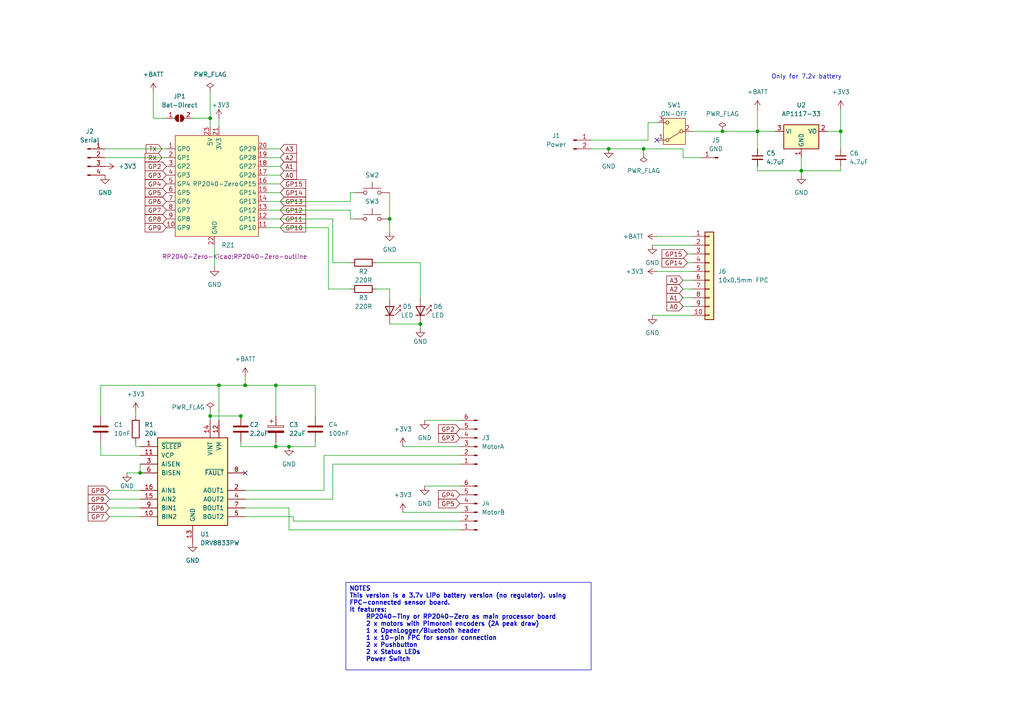
<source format=kicad_sch>
(kicad_sch (version 20231120) (generator "eeschema") (generator_version "8.0")
  (paper "A4")
  (lib_symbols
    (symbol "Connector:Conn_01x01_Pin" (pin_names (offset 1.016) hide)
      (property "Reference" "J" (at 0 2.54 0))
      (property "Value" "Conn_01x01_Pin" (at 0 -2.54 0))
      (symbol "Conn_01x01_Pin_1_1"
        (polyline (pts (xy 1.27 0) (xy 0.8636 0)) (stroke (width 0.1524)))
        (rectangle (start 0.8636 0.127) (end 0 -0.127) (stroke (width 0.1524)) (fill (type outline)))
        (pin passive line (at 5.08 0 180) (length 3.81) (name "Pin_1") (number "1"))
      )
    )
    (symbol "Connector:Conn_01x02_Pin" (pin_names (offset 1.016) hide)
      (property "Reference" "J" (at 0 2.54 0))
      (property "Value" "Conn_01x02_Pin" (at 0 -5.08 0))
      (symbol "Conn_01x02_Pin_1_1"
        (polyline (pts (xy 1.27 -2.54) (xy 0.8636 -2.54)) (stroke (width 0.1524)))
        (polyline (pts (xy 1.27 0) (xy 0.8636 0)) (stroke (width 0.1524)))
        (rectangle (start 0.8636 -2.413) (end 0 -2.667) (stroke (width 0.1524)) (fill (type outline)))
        (rectangle (start 0.8636 0.127) (end 0 -0.127) (stroke (width 0.1524)) (fill (type outline)))
        (pin passive line (at 5.08 0 180) (length 3.81) (name "Pin_1") (number "1"))
        (pin passive line (at 5.08 -2.54 180) (length 3.81) (name "Pin_2") (number "2"))
      )
    )
    (symbol "Connector:Conn_01x04_Pin" (pin_names (offset 1.016) hide)
      (property "Reference" "J" (at 0 5.08 0))
      (property "Value" "Conn_01x04_Pin" (at 0 -7.62 0))
      (symbol "Conn_01x04_Pin_1_1"
        (polyline (pts (xy 1.27 -5.08) (xy 0.8636 -5.08)) (stroke (width 0.1524)))
        (polyline (pts (xy 1.27 -2.54) (xy 0.8636 -2.54)) (stroke (width 0.1524)))
        (polyline (pts (xy 1.27 0) (xy 0.8636 0)) (stroke (width 0.1524)))
        (polyline (pts (xy 1.27 2.54) (xy 0.8636 2.54)) (stroke (width 0.1524)))
        (rectangle (start 0.8636 -4.953) (end 0 -5.207) (stroke (width 0.1524)) (fill (type outline)))
        (rectangle (start 0.8636 -2.413) (end 0 -2.667) (stroke (width 0.1524)) (fill (type outline)))
        (rectangle (start 0.8636 0.127) (end 0 -0.127) (stroke (width 0.1524)) (fill (type outline)))
        (rectangle (start 0.8636 2.667) (end 0 2.413) (stroke (width 0.1524)) (fill (type outline)))
        (pin passive line (at 5.08 2.54 180) (length 3.81) (name "Pin_1") (number "1"))
        (pin passive line (at 5.08 0 180) (length 3.81) (name "Pin_2") (number "2"))
        (pin passive line (at 5.08 -2.54 180) (length 3.81) (name "Pin_3") (number "3"))
        (pin passive line (at 5.08 -5.08 180) (length 3.81) (name "Pin_4") (number "4"))
      )
    )
    (symbol "Connector:Conn_01x06_Pin" (pin_names (offset 1.016) hide)
      (property "Reference" "J" (at 0 7.62 0))
      (property "Value" "Conn_01x06_Pin" (at 0 -10.16 0))
      (symbol "Conn_01x06_Pin_1_1"
        (polyline (pts (xy 1.27 -7.62) (xy 0.8636 -7.62)) (stroke (width 0.1524)))
        (polyline (pts (xy 1.27 -5.08) (xy 0.8636 -5.08)) (stroke (width 0.1524)))
        (polyline (pts (xy 1.27 -2.54) (xy 0.8636 -2.54)) (stroke (width 0.1524)))
        (polyline (pts (xy 1.27 0) (xy 0.8636 0)) (stroke (width 0.1524)))
        (polyline (pts (xy 1.27 2.54) (xy 0.8636 2.54)) (stroke (width 0.1524)))
        (polyline (pts (xy 1.27 5.08) (xy 0.8636 5.08)) (stroke (width 0.1524)))
        (rectangle (start 0.8636 -7.493) (end 0 -7.747) (stroke (width 0.1524)) (fill (type outline)))
        (rectangle (start 0.8636 -4.953) (end 0 -5.207) (stroke (width 0.1524)) (fill (type outline)))
        (rectangle (start 0.8636 -2.413) (end 0 -2.667) (stroke (width 0.1524)) (fill (type outline)))
        (rectangle (start 0.8636 0.127) (end 0 -0.127) (stroke (width 0.1524)) (fill (type outline)))
        (rectangle (start 0.8636 2.667) (end 0 2.413) (stroke (width 0.1524)) (fill (type outline)))
        (rectangle (start 0.8636 5.207) (end 0 4.953) (stroke (width 0.1524)) (fill (type outline)))
        (pin passive line (at 5.08 5.08 180) (length 3.81) (name "Pin_1") (number "1"))
        (pin passive line (at 5.08 2.54 180) (length 3.81) (name "Pin_2") (number "2"))
        (pin passive line (at 5.08 0 180) (length 3.81) (name "Pin_3") (number "3"))
        (pin passive line (at 5.08 -2.54 180) (length 3.81) (name "Pin_4") (number "4"))
        (pin passive line (at 5.08 -5.08 180) (length 3.81) (name "Pin_5") (number "5"))
        (pin passive line (at 5.08 -7.62 180) (length 3.81) (name "Pin_6") (number "6"))
      )
    )
    (symbol "Connector_Generic:Conn_01x10" (pin_names (offset 1.016) hide)
      (property "Reference" "J" (at 0 12.7 0))
      (property "Value" "Conn_01x10" (at 0 -15.24 0))
      (symbol "Conn_01x10_1_1"
        (rectangle (start -1.27 -12.573) (end 0 -12.827) (stroke (width 0.1524)))
        (rectangle (start -1.27 -10.033) (end 0 -10.287) (stroke (width 0.1524)))
        (rectangle (start -1.27 -7.493) (end 0 -7.747) (stroke (width 0.1524)))
        (rectangle (start -1.27 -4.953) (end 0 -5.207) (stroke (width 0.1524)))
        (rectangle (start -1.27 -2.413) (end 0 -2.667) (stroke (width 0.1524)))
        (rectangle (start -1.27 0.127) (end 0 -0.127) (stroke (width 0.1524)))
        (rectangle (start -1.27 2.667) (end 0 2.413) (stroke (width 0.1524)))
        (rectangle (start -1.27 5.207) (end 0 4.953) (stroke (width 0.1524)))
        (rectangle (start -1.27 7.747) (end 0 7.493) (stroke (width 0.1524)))
        (rectangle (start -1.27 10.287) (end 0 10.033) (stroke (width 0.1524)))
        (rectangle (start -1.27 11.43) (end 1.27 -13.97) (stroke (width 0.254)) (fill (type background)))
        (pin passive line (at -5.08 10.16 0) (length 3.81) (name "Pin_1") (number "1"))
        (pin passive line (at -5.08 -12.7 0) (length 3.81) (name "Pin_10") (number "10"))
        (pin passive line (at -5.08 7.62 0) (length 3.81) (name "Pin_2") (number "2"))
        (pin passive line (at -5.08 5.08 0) (length 3.81) (name "Pin_3") (number "3"))
        (pin passive line (at -5.08 2.54 0) (length 3.81) (name "Pin_4") (number "4"))
        (pin passive line (at -5.08 0 0) (length 3.81) (name "Pin_5") (number "5"))
        (pin passive line (at -5.08 -2.54 0) (length 3.81) (name "Pin_6") (number "6"))
        (pin passive line (at -5.08 -5.08 0) (length 3.81) (name "Pin_7") (number "7"))
        (pin passive line (at -5.08 -7.62 0) (length 3.81) (name "Pin_8") (number "8"))
        (pin passive line (at -5.08 -10.16 0) (length 3.81) (name "Pin_9") (number "9"))
      )
    )
    (symbol "Device:C" (pin_numbers hide) (pin_names (offset 0.254))
      (property "Reference" "C" (at 0.635 2.54 0))
      (property "Value" "C" (at 0.635 -2.54 0))
      (symbol "C_0_1"
        (polyline (pts (xy -2.032 -0.762) (xy 2.032 -0.762)) (stroke (width 0.508)))
        (polyline (pts (xy -2.032 0.762) (xy 2.032 0.762)) (stroke (width 0.508)))
      )
      (symbol "C_1_1"
        (pin passive line (at 0 3.81 270) (length 2.794) (name "~") (number "1"))
        (pin passive line (at 0 -3.81 90) (length 2.794) (name "~") (number "2"))
      )
    )
    (symbol "Device:C_Polarized" (pin_numbers hide) (pin_names (offset 0.254))
      (property "Reference" "C" (at 0.635 2.54 0))
      (property "Value" "C_Polarized" (at 0.635 -2.54 0))
      (symbol "C_Polarized_0_1"
        (rectangle (start -2.286 0.508) (end 2.286 1.016))
        (polyline (pts (xy -1.778 2.286) (xy -0.762 2.286)))
        (polyline (pts (xy -1.27 2.794) (xy -1.27 1.778)))
        (rectangle (start 2.286 -0.508) (end -2.286 -1.016) (fill (type outline)))
      )
      (symbol "C_Polarized_1_1"
        (pin passive line (at 0 3.81 270) (length 2.794) (name "~") (number "1"))
        (pin passive line (at 0 -3.81 90) (length 2.794) (name "~") (number "2"))
      )
    )
    (symbol "Device:C_Small" (pin_numbers hide) (pin_names (offset 0.254) hide)
      (property "Reference" "C" (at 0.254 1.778 0))
      (property "Value" "C_Small" (at 0.254 -2.032 0))
      (symbol "C_Small_0_1"
        (polyline (pts (xy -1.524 -0.508) (xy 1.524 -0.508)) (stroke (width 0.3302)))
        (polyline (pts (xy -1.524 0.508) (xy 1.524 0.508)) (stroke (width 0.3048)))
      )
      (symbol "C_Small_1_1"
        (pin passive line (at 0 2.54 270) (length 2.032) (name "~") (number "1"))
        (pin passive line (at 0 -2.54 90) (length 2.032) (name "~") (number "2"))
      )
    )
    (symbol "Device:R" (pin_numbers hide) (pin_names (offset 0))
      (property "Reference" "R" (at 2.032 0 90))
      (property "Value" "R" (at 0 0 90))
      (symbol "R_0_1"
        (rectangle (start -1.016 -2.54) (end 1.016 2.54) (stroke (width 0.254)))
      )
      (symbol "R_1_1"
        (pin passive line (at 0 3.81 270) (length 1.27) (name "~") (number "1"))
        (pin passive line (at 0 -3.81 90) (length 1.27) (name "~") (number "2"))
      )
    )
    (symbol "Driver_Motor:DRV8833PWP" (pin_names (offset 1.016))
      (property "Reference" "U" (at -3.81 16.51 0))
      (property "Value" "DRV8833PWP" (at -3.81 13.97 0))
      (symbol "DRV8833PWP_0_1"
        (rectangle (start -10.16 12.7) (end 10.16 -12.7) (stroke (width 0.254)) (fill (type background)))
      )
      (symbol "DRV8833PWP_1_1"
        (pin input line (at -15.24 10.16 0) (length 5.08) (name "~{SLEEP}") (number "1"))
        (pin input line (at -15.24 -10.16 0) (length 5.08) (name "BIN2") (number "10"))
        (pin bidirectional line (at -15.24 7.62 0) (length 5.08) (name "VCP") (number "11"))
        (pin power_in line (at 7.62 17.78 270) (length 5.08) (name "VM") (number "12"))
        (pin power_in line (at 0 -17.78 90) (length 5.08) (name "GND") (number "13"))
        (pin power_in line (at 5.08 17.78 270) (length 5.08) (name "VINT") (number "14"))
        (pin input line (at -15.24 -5.08 0) (length 5.08) (name "AIN2") (number "15"))
        (pin input line (at -15.24 -2.54 0) (length 5.08) (name "AIN1") (number "16"))
        (pin passive line (at 0 -17.78 90) (length 5.08) hide (name "GND") (number "17"))
        (pin power_out line (at 15.24 -2.54 180) (length 5.08) (name "AOUT1") (number "2"))
        (pin bidirectional line (at -15.24 5.08 0) (length 5.08) (name "AISEN") (number "3"))
        (pin power_out line (at 15.24 -5.08 180) (length 5.08) (name "AOUT2") (number "4"))
        (pin power_out line (at 15.24 -10.16 180) (length 5.08) (name "BOUT2") (number "5"))
        (pin bidirectional line (at -15.24 2.54 0) (length 5.08) (name "BISEN") (number "6"))
        (pin power_out line (at 15.24 -7.62 180) (length 5.08) (name "BOUT1") (number "7"))
        (pin open_collector line (at 15.24 2.54 180) (length 5.08) (name "~{FAULT}") (number "8"))
        (pin input line (at -15.24 -7.62 0) (length 5.08) (name "BIN1") (number "9"))
      )
    )
    (symbol "Jumper:SolderJumper_2_Open" (pin_names (offset 0) hide)
      (property "Reference" "JP" (at 0 2.032 0))
      (property "Value" "SolderJumper_2_Open" (at 0 -2.54 0))
      (symbol "SolderJumper_2_Open_0_1"
        (arc (start -0.254 1.016) (mid -1.2655 0) (end -0.254 -1.016))
        (arc (start -0.254 1.016) (mid -1.2655 0) (end -0.254 -1.016) (fill (type outline)))
        (polyline (pts (xy -0.254 1.016) (xy -0.254 -1.016)))
        (polyline (pts (xy 0.254 1.016) (xy 0.254 -1.016)))
        (arc (start 0.254 -1.016) (mid 1.2655 0) (end 0.254 1.016))
        (arc (start 0.254 -1.016) (mid 1.2655 0) (end 0.254 1.016) (fill (type outline)))
      )
      (symbol "SolderJumper_2_Open_1_1"
        (pin passive line (at -3.81 0 0) (length 2.54) (name "A") (number "1"))
        (pin passive line (at 3.81 0 180) (length 2.54) (name "B") (number "2"))
      )
    )
    (symbol "LED:SFH4346" (pin_numbers hide) (pin_names (offset 1.016) hide)
      (property "Reference" "D" (at 0.508 1.778 0))
      (property "Value" "SFH4346" (at -1.016 -2.794 0))
      (symbol "SFH4346_0_1"
        (polyline (pts (xy -2.54 1.27) (xy -2.54 -1.27)) (stroke (width 0.254)))
        (polyline (pts (xy 0 0) (xy -2.54 0)))
        (polyline (pts (xy 0.381 3.175) (xy -0.127 3.175)))
        (polyline (pts (xy -1.143 1.651) (xy 0.381 3.175) (xy 0.381 2.667)))
        (polyline (pts (xy 0 1.27) (xy -2.54 0) (xy 0 -1.27) (xy 0 1.27)) (stroke (width 0.254)))
        (polyline (pts (xy -2.413 1.651) (xy -0.889 3.175) (xy -0.889 2.667) (xy -0.889 3.175) (xy -1.397 3.175)))
      )
      (symbol "SFH4346_1_1"
        (pin passive line (at -5.08 0 0) (length 2.54) (name "K") (number "1"))
        (pin passive line (at 2.54 0 180) (length 2.54) (name "A") (number "2"))
      )
    )
    (symbol "Regulator_Linear:AP1117-33"
      (property "Reference" "U" (at -3.81 3.175 0))
      (property "Value" "AP1117-33" (at 0 3.175 0))
      (symbol "AP1117-33_0_1"
        (rectangle (start -5.08 -5.08) (end 5.08 1.905) (stroke (width 0.254)) (fill (type background)))
      )
      (symbol "AP1117-33_1_1"
        (pin power_in line (at 0 -7.62 90) (length 2.54) (name "GND") (number "1"))
        (pin power_out line (at 7.62 0 180) (length 2.54) (name "VO") (number "2"))
        (pin power_in line (at -7.62 0 0) (length 2.54) (name "VI") (number "3"))
      )
    )
    (symbol "Switch:SW_Push" (pin_numbers hide) (pin_names (offset 1.016) hide)
      (property "Reference" "SW" (at 1.27 2.54 0))
      (property "Value" "SW_Push" (at 0 -1.524 0))
      (symbol "SW_Push_0_1"
        (circle (center -2.032 0) (radius 0.508))
        (polyline (pts (xy 0 1.27) (xy 0 3.048)))
        (polyline (pts (xy 2.54 1.27) (xy -2.54 1.27)))
        (circle (center 2.032 0) (radius 0.508))
        (pin passive line (at -5.08 0 0) (length 2.54) (name "1") (number "1"))
        (pin passive line (at 5.08 0 180) (length 2.54) (name "2") (number "2"))
      )
    )
    (symbol "Switch:SW_SPDT" (pin_names (offset 0) hide)
      (property "Reference" "SW" (at 0 5.08 0))
      (property "Value" "SW_SPDT" (at 0 -5.08 0))
      (symbol "SW_SPDT_0_1"
        (circle (center -2.032 0) (radius 0.4572))
        (polyline (pts (xy -1.651 0.254) (xy 1.651 2.286)))
        (circle (center 2.032 -2.54) (radius 0.4572))
        (circle (center 2.032 2.54) (radius 0.4572))
      )
      (symbol "SW_SPDT_1_1"
        (rectangle (start -3.175 3.81) (end 3.175 -3.81) (fill (type background)))
        (pin passive line (at 5.08 2.54 180) (length 2.54) (name "A") (number "1"))
        (pin passive line (at -5.08 0 0) (length 2.54) (name "B") (number "2"))
        (pin passive line (at 5.08 -2.54 180) (length 2.54) (name "C") (number "3"))
      )
    )
    (symbol "power:+3.3V" (power) (pin_numbers hide) (pin_names (offset 0) hide)
      (property "Value" "+3.3V" (at 0 3.556 0))
      (symbol "+3.3V_0_1"
        (polyline (pts (xy -0.762 1.27) (xy 0 2.54)))
        (polyline (pts (xy 0 0) (xy 0 2.54)))
        (polyline (pts (xy 0 2.54) (xy 0.762 1.27)))
      )
      (symbol "+3.3V_1_1"
        (pin power_in line (at 0 0 90) (length 0) (name "~") (number "1"))
      )
    )
    (symbol "power:+3V3" (power) (pin_numbers hide) (pin_names (offset 0) hide)
      (property "Value" "+3V3" (at 0 3.556 0))
      (symbol "+3V3_0_1"
        (polyline (pts (xy -0.762 1.27) (xy 0 2.54)))
        (polyline (pts (xy 0 0) (xy 0 2.54)))
        (polyline (pts (xy 0 2.54) (xy 0.762 1.27)))
      )
      (symbol "+3V3_1_1"
        (pin power_in line (at 0 0 90) (length 0) (name "~") (number "1"))
      )
    )
    (symbol "power:+BATT" (power) (pin_numbers hide) (pin_names (offset 0) hide)
      (property "Value" "+BATT" (at 0 3.556 0))
      (symbol "+BATT_0_1"
        (polyline (pts (xy -0.762 1.27) (xy 0 2.54)))
        (polyline (pts (xy 0 0) (xy 0 2.54)))
        (polyline (pts (xy 0 2.54) (xy 0.762 1.27)))
      )
      (symbol "+BATT_1_1"
        (pin power_in line (at 0 0 90) (length 0) (name "~") (number "1"))
      )
    )
    (symbol "power:GND" (power) (pin_numbers hide) (pin_names (offset 0) hide)
      (property "Value" "GND" (at 0 -3.81 0))
      (symbol "GND_0_1"
        (polyline (pts (xy 0 0) (xy 0 -1.27) (xy 1.27 -1.27) (xy 0 -2.54) (xy -1.27 -1.27) (xy 0 -1.27)))
      )
      (symbol "GND_1_1"
        (pin power_in line (at 0 0 270) (length 0) (name "~") (number "1"))
      )
    )
    (symbol "power:PWR_FLAG" (power) (pin_numbers hide) (pin_names (offset 0) hide)
      (property "Value" "PWR_FLAG" (at 0 3.81 0))
      (symbol "PWR_FLAG_0_0"
        (pin power_out line (at 0 0 90) (length 0) (name "~") (number "1"))
      )
      (symbol "PWR_FLAG_0_1"
        (polyline (pts (xy 0 0) (xy 0 1.27) (xy -1.016 1.905) (xy 0 2.54) (xy 1.016 1.905) (xy 0 1.27)))
      )
    )
    (symbol "rp2040-zero:RP2040-Zero"
      (property "Reference" "RZ" (at 0 0 0))
      (property "Value" "RP2040-Zero" (at 0 -2.54 0))
      (property "Footprint" "RP2040-Zero:RP2040-Zero" (at 0 0 0))
      (symbol "RP2040-Zero_0_1"
        (rectangle (start -11.43 -15.24) (end 12.7 13.97) (fill (type background)))
      )
      (symbol "RP2040-Zero_1_1"
        (pin bidirectional line (at -13.97 10.16 0) (length 2.54) (name "GP0") (number "1"))
        (pin bidirectional line (at -13.97 -12.7 0) (length 2.54) (name "GP9") (number "10"))
        (pin bidirectional line (at 15.24 -12.7 180) (length 2.54) (name "GP10") (number "11"))
        (pin bidirectional line (at 15.24 -10.16 180) (length 2.54) (name "GP11") (number "12"))
        (pin bidirectional line (at 15.24 -7.62 180) (length 2.54) (name "GP12") (number "13"))
        (pin bidirectional line (at 15.24 -5.08 180) (length 2.54) (name "GP13") (number "14"))
        (pin bidirectional line (at 15.24 -2.54 180) (length 2.54) (name "GP14") (number "15"))
        (pin bidirectional line (at 15.24 0 180) (length 2.54) (name "GP15") (number "16"))
        (pin bidirectional line (at 15.24 2.54 180) (length 2.54) (name "GP26") (number "17"))
        (pin bidirectional line (at 15.24 5.08 180) (length 2.54) (name "GP27") (number "18"))
        (pin bidirectional line (at 15.24 7.62 180) (length 2.54) (name "GP28") (number "19"))
        (pin bidirectional line (at -13.97 7.62 0) (length 2.54) (name "GP1") (number "2"))
        (pin bidirectional line (at 15.24 10.16 180) (length 2.54) (name "GP29") (number "20"))
        (pin power_in line (at 1.27 16.51 270) (length 2.54) (name "3V3") (number "21"))
        (pin power_in line (at 0 -17.78 90) (length 2.54) (name "GND") (number "22"))
        (pin power_in line (at -1.27 16.51 270) (length 2.54) (name "5V") (number "23"))
        (pin bidirectional line (at -13.97 5.08 0) (length 2.54) (name "GP2") (number "3"))
        (pin bidirectional line (at -13.97 2.54 0) (length 2.54) (name "GP3") (number "4"))
        (pin bidirectional line (at -13.97 0 0) (length 2.54) (name "GP4") (number "5"))
        (pin bidirectional line (at -13.97 -2.54 0) (length 2.54) (name "GP5") (number "6"))
        (pin bidirectional line (at -13.97 -5.08 0) (length 2.54) (name "GP6") (number "7"))
        (pin bidirectional line (at -13.97 -7.62 0) (length 2.54) (name "GP7") (number "8"))
        (pin bidirectional line (at -13.97 -10.16 0) (length 2.54) (name "GP8") (number "9"))
      )
    )
  )
  (junction (at 176.53 43.18))
  (junction (at 186.69 43.18))
  (junction (at 80.01 111.76))
  (junction (at 60.96 120.65))
  (junction (at 219.71 38.1))
  (junction (at 80.01 129.54))
  (junction (at 60.96 34.29))
  (junction (at 113.03 63.5))
  (junction (at 121.92 93.98))
  (junction (at 71.12 111.76))
  (junction (at 232.41 49.53))
  (junction (at 209.55 38.1))
  (junction (at 243.84 38.1))
  (junction (at 83.82 129.54))
  (junction (at 63.5 111.76))
  (junction (at 69.85 120.65))
  (junction (at 40.64 137.16))
  (no_connect (at 190.5 40.64))
  (no_connect (at 71.12 137.16))
  (wire (pts (xy 60.96 26.67) (xy 60.96 34.29)))
  (wire (pts (xy 198.12 45.72) (xy 203.2 45.72)))
  (wire (pts (xy 189.23 71.12) (xy 200.66 71.12)))
  (wire (pts (xy 44.45 26.67) (xy 44.45 34.29)))
  (wire (pts (xy 95.25 66.04) (xy 95.25 83.82)))
  (wire (pts (xy 93.98 142.24) (xy 71.12 142.24)))
  (wire (pts (xy 63.5 111.76) (xy 63.5 121.92)))
  (wire (pts (xy 190.5 68.58) (xy 200.66 68.58)))
  (wire (pts (xy 113.03 55.88) (xy 113.03 63.5)))
  (wire (pts (xy 39.37 119.38) (xy 39.37 120.65)))
  (wire (pts (xy 77.47 55.88) (xy 81.28 55.88)))
  (wire (pts (xy 96.52 144.78) (xy 96.52 134.62)))
  (wire (pts (xy 219.71 31.75) (xy 219.71 38.1)))
  (wire (pts (xy 83.82 129.54) (xy 91.44 129.54)))
  (wire (pts (xy 243.84 31.75) (xy 243.84 38.1)))
  (wire (pts (xy 29.21 132.08) (xy 40.64 132.08)))
  (wire (pts (xy 44.45 34.29) (xy 48.26 34.29)))
  (wire (pts (xy 80.01 129.54) (xy 83.82 129.54)))
  (wire (pts (xy 199.39 76.2) (xy 200.66 76.2)))
  (wire (pts (xy 232.41 49.53) (xy 243.84 49.53)))
  (wire (pts (xy 232.41 50.8) (xy 232.41 49.53)))
  (wire (pts (xy 186.69 43.18) (xy 198.12 43.18)))
  (wire (pts (xy 123.19 140.97) (xy 133.35 140.97)))
  (wire (pts (xy 80.01 111.76) (xy 91.44 111.76)))
  (wire (pts (xy 62.23 77.47) (xy 62.23 71.12)))
  (wire (pts (xy 187.96 35.56) (xy 190.5 35.56)))
  (wire (pts (xy 101.6 63.5) (xy 101.6 60.96)))
  (wire (pts (xy 71.12 111.76) (xy 80.01 111.76)))
  (wire (pts (xy 243.84 48.26) (xy 243.84 49.53)))
  (wire (pts (xy 93.98 132.08) (xy 93.98 142.24)))
  (wire (pts (xy 209.55 38.1) (xy 219.71 38.1)))
  (wire (pts (xy 199.39 73.66) (xy 200.66 73.66)))
  (wire (pts (xy 63.5 34.29) (xy 63.5 36.83)))
  (wire (pts (xy 69.85 128.27) (xy 69.85 129.54)))
  (wire (pts (xy 198.12 88.9) (xy 200.66 88.9)))
  (wire (pts (xy 101.6 60.96) (xy 77.47 60.96)))
  (wire (pts (xy 219.71 38.1) (xy 219.71 43.18)))
  (wire (pts (xy 95.25 66.04) (xy 77.47 66.04)))
  (wire (pts (xy 113.03 93.98) (xy 121.92 93.98)))
  (wire (pts (xy 60.96 120.65) (xy 60.96 121.92)))
  (wire (pts (xy 29.21 128.27) (xy 29.21 132.08)))
  (wire (pts (xy 101.6 55.88) (xy 101.6 58.42)))
  (wire (pts (xy 69.85 120.65) (xy 60.96 120.65)))
  (wire (pts (xy 113.03 63.5) (xy 113.03 67.31)))
  (wire (pts (xy 71.12 109.22) (xy 71.12 111.76)))
  (wire (pts (xy 176.53 43.18) (xy 186.69 43.18)))
  (wire (pts (xy 83.82 147.32) (xy 83.82 153.67)))
  (wire (pts (xy 109.22 83.82) (xy 113.03 83.82)))
  (wire (pts (xy 80.01 111.76) (xy 80.01 120.65)))
  (wire (pts (xy 198.12 86.36) (xy 200.66 86.36)))
  (wire (pts (xy 30.48 43.18) (xy 48.26 43.18)))
  (wire (pts (xy 91.44 111.76) (xy 91.44 120.65)))
  (wire (pts (xy 121.92 93.98) (xy 121.92 95.25)))
  (wire (pts (xy 63.5 111.76) (xy 71.12 111.76)))
  (wire (pts (xy 69.85 120.65) (xy 69.85 121.92)))
  (wire (pts (xy 80.01 128.27) (xy 80.01 129.54)))
  (wire (pts (xy 30.48 45.72) (xy 48.26 45.72)))
  (wire (pts (xy 116.84 129.54) (xy 133.35 129.54)))
  (wire (pts (xy 71.12 147.32) (xy 83.82 147.32)))
  (wire (pts (xy 96.52 63.5) (xy 96.52 76.2)))
  (wire (pts (xy 55.88 34.29) (xy 60.96 34.29)))
  (wire (pts (xy 190.5 78.74) (xy 200.66 78.74)))
  (wire (pts (xy 29.21 111.76) (xy 63.5 111.76)))
  (wire (pts (xy 101.6 58.42) (xy 77.47 58.42)))
  (wire (pts (xy 77.47 45.72) (xy 81.28 45.72)))
  (wire (pts (xy 95.25 83.82) (xy 101.6 83.82)))
  (wire (pts (xy 60.96 34.29) (xy 60.96 36.83)))
  (wire (pts (xy 36.83 137.16) (xy 40.64 137.16)))
  (wire (pts (xy 85.09 151.13) (xy 133.35 151.13)))
  (wire (pts (xy 77.47 43.18) (xy 81.28 43.18)))
  (wire (pts (xy 198.12 83.82) (xy 200.66 83.82)))
  (wire (pts (xy 93.98 132.08) (xy 133.35 132.08)))
  (wire (pts (xy 116.84 148.59) (xy 133.35 148.59)))
  (wire (pts (xy 198.12 81.28) (xy 200.66 81.28)))
  (wire (pts (xy 113.03 83.82) (xy 113.03 86.36)))
  (wire (pts (xy 77.47 50.8) (xy 81.28 50.8)))
  (wire (pts (xy 31.75 142.24) (xy 40.64 142.24)))
  (wire (pts (xy 123.19 121.92) (xy 133.35 121.92)))
  (wire (pts (xy 96.52 76.2) (xy 101.6 76.2)))
  (wire (pts (xy 69.85 129.54) (xy 80.01 129.54)))
  (wire (pts (xy 219.71 49.53) (xy 232.41 49.53)))
  (wire (pts (xy 77.47 48.26) (xy 81.28 48.26)))
  (wire (pts (xy 60.96 120.65) (xy 60.96 119.38)))
  (wire (pts (xy 240.03 38.1) (xy 243.84 38.1)))
  (wire (pts (xy 31.75 144.78) (xy 40.64 144.78)))
  (wire (pts (xy 101.6 63.5) (xy 102.87 63.5)))
  (wire (pts (xy 101.6 55.88) (xy 102.87 55.88)))
  (wire (pts (xy 39.37 129.54) (xy 40.64 129.54)))
  (wire (pts (xy 85.09 151.13) (xy 85.09 149.86)))
  (wire (pts (xy 29.21 120.65) (xy 29.21 111.76)))
  (wire (pts (xy 186.69 43.18) (xy 186.69 44.45)))
  (wire (pts (xy 83.82 153.67) (xy 133.35 153.67)))
  (wire (pts (xy 219.71 38.1) (xy 224.79 38.1)))
  (wire (pts (xy 40.64 134.62) (xy 40.64 137.16)))
  (wire (pts (xy 171.45 40.64) (xy 187.96 40.64)))
  (wire (pts (xy 198.12 43.18) (xy 198.12 45.72)))
  (wire (pts (xy 71.12 144.78) (xy 96.52 144.78)))
  (wire (pts (xy 39.37 128.27) (xy 39.37 129.54)))
  (wire (pts (xy 176.53 43.18) (xy 171.45 43.18)))
  (wire (pts (xy 31.75 149.86) (xy 40.64 149.86)))
  (wire (pts (xy 91.44 129.54) (xy 91.44 128.27)))
  (wire (pts (xy 96.52 63.5) (xy 77.47 63.5)))
  (wire (pts (xy 243.84 38.1) (xy 243.84 43.18)))
  (wire (pts (xy 96.52 134.62) (xy 133.35 134.62)))
  (wire (pts (xy 189.23 91.44) (xy 200.66 91.44)))
  (wire (pts (xy 85.09 149.86) (xy 71.12 149.86)))
  (wire (pts (xy 219.71 48.26) (xy 219.71 49.53)))
  (wire (pts (xy 77.47 53.34) (xy 81.28 53.34)))
  (wire (pts (xy 109.22 76.2) (xy 121.92 76.2)))
  (wire (pts (xy 200.66 38.1) (xy 209.55 38.1)))
  (wire (pts (xy 187.96 40.64) (xy 187.96 35.56)))
  (wire (pts (xy 121.92 76.2) (xy 121.92 86.36)))
  (wire (pts (xy 31.75 147.32) (xy 40.64 147.32)))
  (wire (pts (xy 232.41 45.72) (xy 232.41 49.53)))
  (text_box "NOTES\nThis version is a 3.7v LiPo battery version (no regulator). using FPC-connected sensor board.\nIt features: \n	RP2040-Tiny or RP2040-Zero as main processor board\n	2 x motors with Pimoroni encoders (2A peak draw)\n	1 x OpenLogger/Bluetooth header\n	1 x 10-pin FPC for sensor connection\n	2 x Pushbutton\n	2 x Status LEDs\n	Power Switch" (exclude_from_sim yes) (at 100.33 168.91 0) (size 71.12 25.4) (effects (font (size 1.27 1.27) (thickness 0.254) (bold yes)) (justify left top)))
  (text "Only for 7.2v battery" (at 233.934 22.352 0) (effects (font (size 1.27 1.27))))
  (global_label "GP5" (shape input) (at 133.35 146.05 180) (property "Intersheetrefs" "${INTERSHEET_REFS}" (effects (hide yes))))
  (global_label "GP5" (shape input) (at 48.26 55.88 180) (property "Intersheetrefs" "${INTERSHEET_REFS}" (effects (hide yes))))
  (global_label "GP6" (shape input) (at 48.26 58.42 180) (property "Intersheetrefs" "${INTERSHEET_REFS}" (effects (hide yes))))
  (global_label "GP4" (shape input) (at 48.26 53.34 180) (property "Intersheetrefs" "${INTERSHEET_REFS}" (effects (hide yes))))
  (global_label "RX" (shape input) (at 46.99 45.72 180) (property "Intersheetrefs" "${INTERSHEET_REFS}" (effects (hide yes))))
  (global_label "A2" (shape input) (at 81.28 45.72 0) (property "Intersheetrefs" "${INTERSHEET_REFS}" (effects (hide yes))))
  (global_label "A0" (shape input) (at 81.28 50.8 0) (property "Intersheetrefs" "${INTERSHEET_REFS}" (effects (hide yes))))
  (global_label "GP15" (shape input) (at 81.28 53.34 0) (property "Intersheetrefs" "${INTERSHEET_REFS}" (effects (hide yes))))
  (global_label "GP11" (shape input) (at 81.28 63.5 0) (property "Intersheetrefs" "${INTERSHEET_REFS}" (effects (hide yes))))
  (global_label "A2" (shape input) (at 198.12 83.82 180) (property "Intersheetrefs" "${INTERSHEET_REFS}" (effects (hide yes))))
  (global_label "A1" (shape input) (at 198.12 86.36 180) (property "Intersheetrefs" "${INTERSHEET_REFS}" (effects (hide yes))))
  (global_label "GP2" (shape input) (at 133.35 124.46 180) (property "Intersheetrefs" "${INTERSHEET_REFS}" (effects (hide yes))))
  (global_label "GP2" (shape input) (at 48.26 48.26 180) (property "Intersheetrefs" "${INTERSHEET_REFS}" (effects (hide yes))))
  (global_label "GP14" (shape input) (at 81.28 55.88 0) (property "Intersheetrefs" "${INTERSHEET_REFS}" (effects (hide yes))))
  (global_label "GP9" (shape input) (at 31.75 144.78 180) (property "Intersheetrefs" "${INTERSHEET_REFS}" (effects (hide yes))))
  (global_label "GP3" (shape input) (at 133.35 127 180) (property "Intersheetrefs" "${INTERSHEET_REFS}" (effects (hide yes))))
  (global_label "GP9" (shape input) (at 48.26 66.04 180) (property "Intersheetrefs" "${INTERSHEET_REFS}" (effects (hide yes))))
  (global_label "TX" (shape input) (at 46.99 43.18 180) (property "Intersheetrefs" "${INTERSHEET_REFS}" (effects (hide yes))))
  (global_label "A3" (shape input) (at 81.28 43.18 0) (property "Intersheetrefs" "${INTERSHEET_REFS}" (effects (hide yes))))
  (global_label "GP12" (shape input) (at 81.28 60.96 0) (property "Intersheetrefs" "${INTERSHEET_REFS}" (effects (hide yes))))
  (global_label "A1" (shape input) (at 81.28 48.26 0) (property "Intersheetrefs" "${INTERSHEET_REFS}" (effects (hide yes))))
  (global_label "GP13" (shape input) (at 81.28 58.42 0) (property "Intersheetrefs" "${INTERSHEET_REFS}" (effects (hide yes))))
  (global_label "GP7" (shape input) (at 48.26 60.96 180) (property "Intersheetrefs" "${INTERSHEET_REFS}" (effects (hide yes))))
  (global_label "GP6" (shape input) (at 31.75 147.32 180) (property "Intersheetrefs" "${INTERSHEET_REFS}" (effects (hide yes))))
  (global_label "GP7" (shape input) (at 31.75 149.86 180) (property "Intersheetrefs" "${INTERSHEET_REFS}" (effects (hide yes))))
  (global_label "GP10" (shape input) (at 81.28 66.04 0) (property "Intersheetrefs" "${INTERSHEET_REFS}" (effects (hide yes))))
  (global_label "GP8" (shape input) (at 48.26 63.5 180) (property "Intersheetrefs" "${INTERSHEET_REFS}" (effects (hide yes))))
  (global_label "A0" (shape input) (at 198.12 88.9 180) (property "Intersheetrefs" "${INTERSHEET_REFS}" (effects (hide yes))))
  (global_label "GP8" (shape input) (at 31.75 142.24 180) (property "Intersheetrefs" "${INTERSHEET_REFS}" (effects (hide yes))))
  (global_label "GP15" (shape input) (at 199.39 73.66 180) (property "Intersheetrefs" "${INTERSHEET_REFS}" (effects (hide yes))))
  (global_label "GP14" (shape input) (at 199.39 76.2 180) (property "Intersheetrefs" "${INTERSHEET_REFS}" (effects (hide yes))))
  (global_label "GP4" (shape input) (at 133.35 143.51 180) (property "Intersheetrefs" "${INTERSHEET_REFS}" (effects (hide yes))))
  (global_label "GP3" (shape input) (at 48.26 50.8 180) (property "Intersheetrefs" "${INTERSHEET_REFS}" (effects (hide yes))))
  (global_label "A3" (shape input) (at 198.12 81.28 180) (property "Intersheetrefs" "${INTERSHEET_REFS}" (effects (hide yes))))
  (symbol (lib_id "Switch:SW_Push") (at 107.95 55.88 0) (unit 1)
    (property "Reference" "SW2" (at 107.95 50.8 0))
    (property "Value" "SW_Push" (effects (hide yes)))
    (property "Footprint" "Button_Switch_SMD:SW_SPST_CK_RS282G05A3" (effects (hide yes)))
    (property "Description" "Push button switch, generic, two pins" (effects (hide yes)))
  )
  (symbol (lib_id "power:GND") (at 189.23 91.44 0) (unit 1)
    (property "Reference" "#PWR026" (effects (hide yes)))
    (property "Value" "GND" (at 189.23 96.52 0))
    (property "Description" "Power symbol creates a global label with name \"GND\" , ground" (effects (hide yes)))
  )
  (symbol (lib_id "Driver_Motor:DRV8833PWP") (at 55.88 139.7 0) (unit 1)
    (property "Reference" "U1" (at 58.0741 154.94 0) (effects (justify left)))
    (property "Value" "DRV8833PW" (at 58.0741 157.48 0) (effects (justify left)))
    (property "Footprint" "Package_SO:HTSSOP-16-1EP_4.4x5mm_P0.65mm_EP3.4x5mm_Mask2.46x2.31mm_ThermalVias" (effects (hide yes)))
    (property "Datasheet" "http://www.ti.com/lit/ds/symlink/drv8833.pdf" (effects (hide yes)))
    (property "Description" "Dual H-Bridge Motor Driver, HTSSOP-16" (effects (hide yes)))
  )
  (symbol (lib_id "power:GND") (at 83.82 129.54 0) (unit 1)
    (property "Reference" "#PWR05" (effects (hide yes)))
    (property "Value" "GND" (at 83.82 134.62 0))
    (property "Description" "Power symbol creates a global label with name \"GND\" , ground" (effects (hide yes)))
  )
  (symbol (lib_id "power:GND") (at 55.88 157.48 0) (unit 1)
    (property "Reference" "#PWR03" (effects (hide yes)))
    (property "Value" "GND" (at 55.88 162.56 0))
    (property "Description" "Power symbol creates a global label with name \"GND\" , ground" (effects (hide yes)))
  )
  (symbol (lib_id "LED:SFH4346") (at 121.92 88.9 270) (mirror x) (unit 1)
    (property "Reference" "D6" (at 127 88.9 90))
    (property "Value" "LED" (at 127 91.44 90))
    (property "Footprint" "LED_SMD:LED_1206_3216Metric" (effects (hide yes)))
    (property "Datasheet" "http://cdn-reichelt.de/documents/datenblatt/A500/SFH4346.pdf" (effects (hide yes)))
    (property "Description" "Infrared LED , 3mm LED package" (effects (hide yes)))
  )
  (symbol (lib_id "power:+3V3") (at 116.84 129.54 0) (unit 1)
    (property "Reference" "#PWR012" (effects (hide yes)))
    (property "Value" "+3V3" (at 116.84 124.46 0))
    (property "Description" "Power symbol creates a global label with name \"+3V3\"" (effects (hide yes)))
  )
  (symbol (lib_id "Connector:Conn_01x01_Pin") (at 208.28 45.72 180) (unit 1)
    (property "Reference" "J5" (at 207.645 40.64 0))
    (property "Value" "GND" (at 207.645 43.18 0))
    (property "Footprint" "Connector_PinHeader_2.54mm:PinHeader_1x01_P2.54mm_Vertical" (effects (hide yes)))
    (property "Description" "Generic connector, single row, 01x01, script generated" (effects (hide yes)))
  )
  (symbol (lib_id "power:GND") (at 113.03 67.31 0) (unit 1)
    (property "Reference" "#PWR023" (effects (hide yes)))
    (property "Value" "GND" (at 113.03 72.39 0))
    (property "Description" "Power symbol creates a global label with name \"GND\" , ground" (effects (hide yes)))
  )
  (symbol (lib_id "power:+BATT") (at 190.5 68.58 90) (unit 1)
    (property "Reference" "#PWR021" (effects (hide yes)))
    (property "Value" "+BATT" (at 186.69 68.58 90) (effects (justify left)))
    (property "Description" "Power symbol creates a global label with name \"+BATT\"" (effects (hide yes)))
  )
  (symbol (lib_id "power:GND") (at 30.48 50.8 0) (unit 1)
    (property "Reference" "#PWR07" (effects (hide yes)))
    (property "Value" "GND" (at 30.48 55.88 0))
    (property "Description" "Power symbol creates a global label with name \"GND\" , ground" (effects (hide yes)))
  )
  (symbol (lib_id "Device:C") (at 91.44 124.46 0) (unit 1)
    (property "Reference" "C4" (at 95.25 123.1899 0) (effects (justify left)))
    (property "Value" "100nF" (at 95.25 125.7299 0) (effects (justify left)))
    (property "Footprint" "Capacitor_SMD:C_0805_2012Metric" (effects (hide yes)))
    (property "Description" "Unpolarized capacitor" (effects (hide yes)))
  )
  (symbol (lib_id "power:GND") (at 36.83 137.16 0) (unit 1)
    (property "Reference" "#PWR01" (effects (hide yes)))
    (property "Value" "GND" (at 36.83 140.97 0))
    (property "Description" "Power symbol creates a global label with name \"GND\" , ground" (effects (hide yes)))
  )
  (symbol (lib_id "Switch:SW_SPDT") (at 195.58 38.1 180) (unit 1)
    (property "Reference" "SW1" (at 195.58 30.48 0))
    (property "Value" "ON-OFF" (at 195.58 33.02 0))
    (property "Footprint" "Button_Switch_SMD:SW_SPDT_PCM12" (effects (hide yes)))
    (property "Description" "Switch, single pole double throw" (effects (hide yes)))
  )
  (symbol (lib_id "LED:SFH4346") (at 113.03 88.9 270) (mirror x) (unit 1)
    (property "Reference" "D5" (at 118.11 88.9 90))
    (property "Value" "LED" (at 118.11 91.44 90))
    (property "Footprint" "LED_SMD:LED_1206_3216Metric" (effects (hide yes)))
    (property "Datasheet" "http://cdn-reichelt.de/documents/datenblatt/A500/SFH4346.pdf" (effects (hide yes)))
    (property "Description" "Infrared LED , 3mm LED package" (effects (hide yes)))
  )
  (symbol (lib_id "power:+3V3") (at 39.37 119.38 0) (unit 1)
    (property "Reference" "#PWR02" (effects (hide yes)))
    (property "Value" "+3V3" (at 39.37 114.3 0))
    (property "Description" "Power symbol creates a global label with name \"+3V3\"" (effects (hide yes)))
  )
  (symbol (lib_id "Device:C_Small") (at 219.71 45.72 0) (unit 1)
    (property "Reference" "C5" (at 222.25 44.4562 0) (effects (justify left)))
    (property "Value" "4.7uF" (at 222.25 46.9962 0) (effects (justify left)))
    (property "Footprint" "Capacitor_SMD:C_0805_2012Metric_Pad1.18x1.45mm_HandSolder" (effects (hide yes)))
    (property "Description" "Unpolarized capacitor, small symbol" (effects (hide yes)))
  )
  (symbol (lib_id "power:+3V3") (at 63.5 34.29 0) (unit 1)
    (property "Reference" "#PWR015" (effects (hide yes)))
    (property "Value" "+3V3" (at 64.008 30.48 0))
    (property "Description" "Power symbol creates a global label with name \"+3V3\"" (effects (hide yes)))
  )
  (symbol (lib_id "Device:C") (at 29.21 124.46 0) (unit 1)
    (property "Reference" "C1" (at 33.02 123.1899 0) (effects (justify left)))
    (property "Value" "10nF" (at 33.02 125.7299 0) (effects (justify left)))
    (property "Footprint" "Capacitor_SMD:C_0805_2012Metric" (effects (hide yes)))
    (property "Description" "Unpolarized capacitor" (effects (hide yes)))
  )
  (symbol (lib_id "power:+BATT") (at 44.45 26.67 0) (unit 1)
    (property "Reference" "#PWR010" (effects (hide yes)))
    (property "Value" "+BATT" (at 44.45 21.59 0))
    (property "Description" "Power symbol creates a global label with name \"+BATT\"" (effects (hide yes)))
  )
  (symbol (lib_id "Connector:Conn_01x06_Pin") (at 138.43 129.54 180) (unit 1)
    (property "Reference" "J3" (at 139.7 126.9999 0) (effects (justify right)))
    (property "Value" "MotorA" (at 139.7 129.5399 0) (effects (justify right)))
    (property "Footprint" "Connector_JST:JST_SH_SM06B-SRSS-TB_1x06-1MP_P1.00mm_Horizontal" (effects (hide yes)))
    (property "Description" "Generic connector, single row, 01x06, script generated" (effects (hide yes)))
  )
  (symbol (lib_id "power:+3V3") (at 243.84 31.75 0) (unit 1)
    (property "Reference" "#PWR019" (effects (hide yes)))
    (property "Value" "+3V3" (at 243.84 26.67 0))
  )
  (symbol (lib_id "Device:R") (at 39.37 124.46 0) (unit 1)
    (property "Reference" "R1" (at 41.91 123.1899 0) (effects (justify left)))
    (property "Value" "20k" (at 41.91 125.7299 0) (effects (justify left)))
    (property "Footprint" "Resistor_SMD:R_0805_2012Metric" (effects (hide yes)))
    (property "Description" "Resistor" (effects (hide yes)))
  )
  (symbol (lib_id "power:PWR_FLAG") (at 60.96 119.38 0) (unit 1)
    (property "Reference" "#FLG01" (effects (hide yes)))
    (property "Value" "PWR_FLAG" (at 54.61 118.11 0))
    (property "Description" "Special symbol for telling ERC where power comes from" (effects (hide yes)))
  )
  (symbol (lib_id "Jumper:SolderJumper_2_Open") (at 52.07 34.29 0) (unit 1)
    (property "Reference" "JP1" (at 52.07 27.94 0))
    (property "Value" "Bat-Direct" (at 52.07 30.48 0))
    (property "Footprint" "Jumper:SolderJumper-2_P1.3mm_Open_Pad1.0x1.5mm" (effects (hide yes)))
  )
  (symbol (lib_id "rp2040-zero:RP2040-Zero") (at 62.23 53.34 0) (unit 1)
    (property "Reference" "RZ1" (at 64.2494 71.12 0) (effects (justify left)))
    (property "Value" "RP2040-Zero" (at 55.88 53.34 0) (effects (justify left)))
    (property "Footprint" "RP2040-Zero-Kicad:RP2040-Zero-outline" (at 46.99 74.422 0) (effects (justify left)))
  )
  (symbol (lib_id "power:PWR_FLAG") (at 209.55 38.1 0) (unit 1)
    (property "Reference" "#FLG04" (effects (hide yes)))
    (property "Value" "PWR_FLAG" (at 209.55 33.02 0))
    (property "Description" "Special symbol for telling ERC where power comes from" (effects (hide yes)))
  )
  (symbol (lib_id "Connector:Conn_01x04_Pin") (at 25.4 45.72 0) (unit 1)
    (property "Reference" "J2" (at 26.035 38.1 0))
    (property "Value" "Serial" (at 26.035 40.64 0))
    (property "Footprint" "Connector_PinHeader_2.54mm:PinHeader_1x04_P2.54mm_Vertical" (effects (hide yes)))
    (property "Description" "Generic connector, single row, 01x04, script generated" (effects (hide yes)))
  )
  (symbol (lib_id "power:+3V3") (at 30.48 48.26 270) (unit 1)
    (property "Reference" "#PWR06" (effects (hide yes)))
    (property "Value" "+3V3" (at 34.29 48.2599 90) (effects (justify left)))
    (property "Description" "Power symbol creates a global label with name \"+3V3\"" (effects (hide yes)))
  )
  (symbol (lib_id "power:+BATT") (at 71.12 109.22 0) (unit 1)
    (property "Reference" "#PWR04" (effects (hide yes)))
    (property "Value" "+BATT" (at 71.12 104.14 0))
    (property "Description" "Power symbol creates a global label with name \"+BATT\"" (effects (hide yes)))
  )
  (symbol (lib_id "power:GND") (at 62.23 77.47 0) (unit 1)
    (property "Reference" "#PWR014" (effects (hide yes)))
    (property "Value" "GND" (at 62.23 82.55 0))
    (property "Description" "Power symbol creates a global label with name \"GND\" , ground" (effects (hide yes)))
  )
  (symbol (lib_id "power:GND") (at 176.53 43.18 0) (unit 1)
    (property "Reference" "#PWR08" (effects (hide yes)))
    (property "Value" "GND" (at 176.53 48.26 0))
    (property "Description" "Power symbol creates a global label with name \"GND\" , ground" (effects (hide yes)))
  )
  (symbol (lib_id "Device:R") (at 105.41 83.82 90) (unit 1)
    (property "Reference" "R3" (at 105.41 86.36 90))
    (property "Value" "220R" (at 105.41 88.9 90))
    (property "Footprint" "Resistor_SMD:R_0805_2012Metric" (effects (hide yes)))
    (property "Description" "Resistor" (effects (hide yes)))
  )
  (symbol (lib_id "Connector:Conn_01x06_Pin") (at 138.43 148.59 180) (unit 1)
    (property "Reference" "J4" (at 139.7 146.0499 0) (effects (justify right)))
    (property "Value" "MotorB" (at 139.7 148.5899 0) (effects (justify right)))
    (property "Footprint" "Connector_JST:JST_SH_SM06B-SRSS-TB_1x06-1MP_P1.00mm_Horizontal" (effects (hide yes)))
    (property "Description" "Generic connector, single row, 01x06, script generated" (effects (hide yes)))
  )
  (symbol (lib_id "Device:C") (at 69.85 124.46 180) (unit 1)
    (property "Reference" "C2" (at 72.39 123.19 0) (effects (justify right)))
    (property "Value" "2.2uF" (at 72.39 125.73 0) (effects (justify right)))
    (property "Footprint" "Capacitor_SMD:C_0805_2012Metric" (effects (hide yes)))
    (property "Description" "Unpolarized capacitor" (effects (hide yes)))
  )
  (symbol (lib_id "Device:C_Polarized") (at 80.01 124.46 0) (unit 1)
    (property "Reference" "C3" (at 83.82 123.1899 0) (effects (justify left)))
    (property "Value" "22uF" (at 83.82 125.7299 0) (effects (justify left)))
    (property "Footprint" "Capacitor_SMD:C_0805_2012Metric" (effects (hide yes)))
    (property "Description" "Polarized capacitor" (effects (hide yes)))
  )
  (symbol (lib_id "Device:C_Small") (at 243.84 45.72 0) (unit 1)
    (property "Reference" "C6" (at 246.38 44.4562 0) (effects (justify left)))
    (property "Value" "4.7uF" (at 246.38 46.9962 0) (effects (justify left)))
    (property "Footprint" "Capacitor_SMD:C_0805_2012Metric_Pad1.18x1.45mm_HandSolder" (effects (hide yes)))
    (property "Description" "Unpolarized capacitor, small symbol" (effects (hide yes)))
  )
  (symbol (lib_id "power:GND") (at 189.23 71.12 0) (unit 1)
    (property "Reference" "#PWR022" (effects (hide yes)))
    (property "Value" "GND" (at 189.23 76.2 0))
    (property "Description" "Power symbol creates a global label with name \"GND\" , ground" (effects (hide yes)))
  )
  (symbol (lib_id "power:GND") (at 123.19 140.97 0) (unit 1)
    (property "Reference" "#PWR017" (effects (hide yes)))
    (property "Value" "GND" (at 123.19 146.05 0))
    (property "Description" "Power symbol creates a global label with name \"GND\" , ground" (effects (hide yes)))
  )
  (symbol (lib_id "Switch:SW_Push") (at 107.95 63.5 0) (unit 1)
    (property "Reference" "SW3" (at 107.95 58.42 0))
    (property "Value" "SW_Push" (effects (hide yes)))
    (property "Footprint" "Button_Switch_SMD:SW_SPST_CK_RS282G05A3" (effects (hide yes)))
    (property "Description" "Push button switch, generic, two pins" (effects (hide yes)))
  )
  (symbol (lib_id "power:PWR_FLAG") (at 186.69 44.45 180) (unit 1)
    (property "Reference" "#FLG02" (effects (hide yes)))
    (property "Value" "PWR_FLAG" (at 186.69 49.53 0))
    (property "Description" "Special symbol for telling ERC where power comes from" (effects (hide yes)))
  )
  (symbol (lib_id "power:GND") (at 121.92 95.25 0) (unit 1)
    (property "Reference" "#PWR024" (effects (hide yes)))
    (property "Value" "GND" (at 121.92 99.06 0))
    (property "Description" "Power symbol creates a global label with name \"GND\" , ground" (effects (hide yes)))
  )
  (symbol (lib_id "power:PWR_FLAG") (at 60.96 26.67 0) (unit 1)
    (property "Reference" "#FLG03" (effects (hide yes)))
    (property "Value" "PWR_FLAG" (at 60.96 21.59 0))
    (property "Description" "Special symbol for telling ERC where power comes from" (effects (hide yes)))
  )
  (symbol (lib_id "power:+3V3") (at 116.84 148.59 0) (unit 1)
    (property "Reference" "#PWR013" (effects (hide yes)))
    (property "Value" "+3V3" (at 116.84 143.51 0))
    (property "Description" "Power symbol creates a global label with name \"+3V3\"" (effects (hide yes)))
  )
  (symbol (lib_id "Regulator_Linear:AP1117-33") (at 232.41 38.1 0) (unit 1)
    (property "Reference" "U2" (at 232.41 30.48 0))
    (property "Value" "AP1117-33" (at 232.41 33.02 0))
    (property "Footprint" "Package_TO_SOT_SMD:SOT-223-3_TabPin2" (effects (hide yes)))
    (property "Datasheet" "http://www.diodes.com/datasheets/AP1117.pdf" (effects (hide yes)))
    (property "Description" "1A Low Dropout regulator, positive, 3.3V fixed output, SOT-223" (effects (hide yes)))
  )
  (symbol (lib_id "power:GND") (at 123.19 121.92 0) (unit 1)
    (property "Reference" "#PWR016" (effects (hide yes)))
    (property "Value" "GND" (at 123.19 127 0))
    (property "Description" "Power symbol creates a global label with name \"GND\" , ground" (effects (hide yes)))
  )
  (symbol (lib_id "power:+3.3V") (at 190.5 78.74 90) (unit 1)
    (property "Reference" "#PWR025" (effects (hide yes)))
    (property "Value" "+3V3" (at 186.69 78.7399 90) (effects (justify left)))
    (property "Description" "Power symbol creates a global label with name \"+3.3V\"" (effects (hide yes)))
  )
  (symbol (lib_id "power:+BATT") (at 219.71 31.75 0) (unit 1)
    (property "Reference" "#PWR09" (effects (hide yes)))
    (property "Value" "+BATT" (at 219.71 26.67 0))
  )
  (symbol (lib_id "Connector_Generic:Conn_01x10") (at 205.74 78.74 0) (unit 1)
    (property "Reference" "J6" (at 208.28 78.74 0) (effects (justify left)))
    (property "Value" "10x0.5mm FPC" (at 208.28 81.28 0) (effects (justify left)))
    (property "Footprint" "MyPassives:SlimFPC_1x10-1MP_P0.5mm_Horizontal" (effects (hide yes)))
  )
  (symbol (lib_id "Device:R") (at 105.41 76.2 90) (unit 1)
    (property "Reference" "R2" (at 105.41 78.74 90))
    (property "Value" "220R" (at 105.41 81.28 90))
    (property "Footprint" "Resistor_SMD:R_0805_2012Metric" (effects (hide yes)))
    (property "Description" "Resistor" (effects (hide yes)))
  )
  (symbol (lib_id "Connector:Conn_01x02_Pin") (at 166.37 40.64 0) (unit 1)
    (property "Reference" "J1" (at 161.29 39.37 0))
    (property "Value" "Power" (at 161.29 41.91 0))
    (property "Footprint" "Connector_JST:JST_PH_B2B-PH-K_1x02_P2.00mm_Vertical" (effects (hide yes)))
    (property "Description" "Generic connector, single row, 01x02, script generated" (effects (hide yes)))
  )
  (symbol (lib_id "power:GND") (at 232.41 50.8 0) (unit 1)
    (property "Reference" "#PWR018" (effects (hide yes)))
    (property "Value" "GND" (at 232.41 55.88 0))
  )
)
</source>
